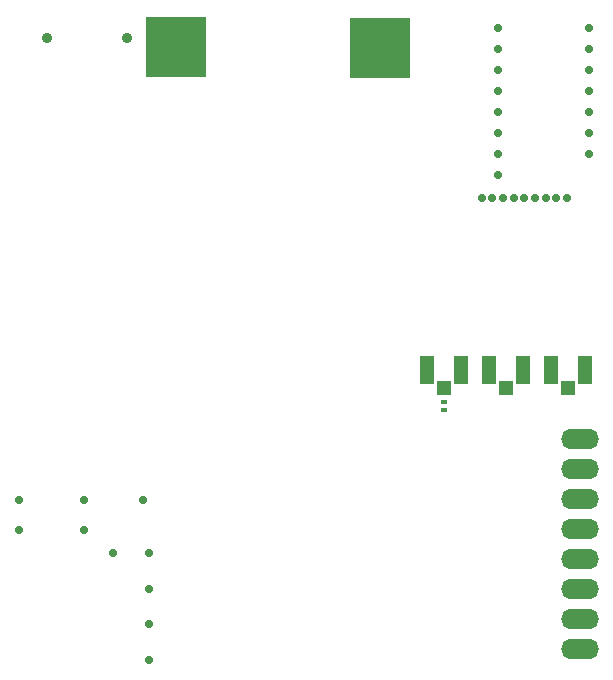
<source format=gbr>
G04*
G04 #@! TF.GenerationSoftware,Altium Limited,Altium Designer,25.5.2 (35)*
G04*
G04 Layer_Color=16711935*
%FSLAX25Y25*%
%MOIN*%
G70*
G04*
G04 #@! TF.SameCoordinates,38EB6A6A-CC72-40A8-BBF4-0EDFD8540081*
G04*
G04*
G04 #@! TF.FilePolarity,Negative*
G04*
G01*
G75*
%ADD24R,0.02254X0.01438*%
%ADD41R,0.20485X0.20485*%
%ADD49R,0.20485X0.20485*%
%ADD53C,0.03543*%
%ADD54C,0.02769*%
%ADD67R,0.04934X0.09461*%
%ADD68R,0.04737X0.04934*%
%ADD69O,0.12674X0.06737*%
D24*
X143701Y85222D02*
D03*
Y88006D02*
D03*
D41*
X54516Y206321D02*
D03*
D49*
X122256Y205884D02*
D03*
D53*
X11417Y209055D02*
D03*
X38189D02*
D03*
D54*
X1969Y45276D02*
D03*
Y55118D02*
D03*
X43307D02*
D03*
X23622D02*
D03*
Y45276D02*
D03*
X33465Y37402D02*
D03*
X45276D02*
D03*
Y25591D02*
D03*
Y13780D02*
D03*
Y1969D02*
D03*
X156299Y155905D02*
D03*
X159843D02*
D03*
X163386D02*
D03*
X166929D02*
D03*
X170472D02*
D03*
X174016D02*
D03*
X177559D02*
D03*
X181102D02*
D03*
X184646D02*
D03*
X192200Y205600D02*
D03*
X161613Y163600D02*
D03*
X192200Y170600D02*
D03*
X161613D02*
D03*
X192200Y177600D02*
D03*
X161613D02*
D03*
X192200Y184600D02*
D03*
X161613D02*
D03*
X192200Y191600D02*
D03*
X161613D02*
D03*
X192200Y198600D02*
D03*
X161613D02*
D03*
X192200Y212600D02*
D03*
X161613D02*
D03*
X161700Y205600D02*
D03*
D67*
X170177Y98425D02*
D03*
X158563D02*
D03*
X179232D02*
D03*
X190846D02*
D03*
X149508D02*
D03*
X137894D02*
D03*
D68*
X185039Y92421D02*
D03*
X143701D02*
D03*
X164370D02*
D03*
D69*
X188976Y75433D02*
D03*
Y5433D02*
D03*
Y45433D02*
D03*
Y65433D02*
D03*
Y55433D02*
D03*
Y15433D02*
D03*
Y25433D02*
D03*
Y35433D02*
D03*
M02*

</source>
